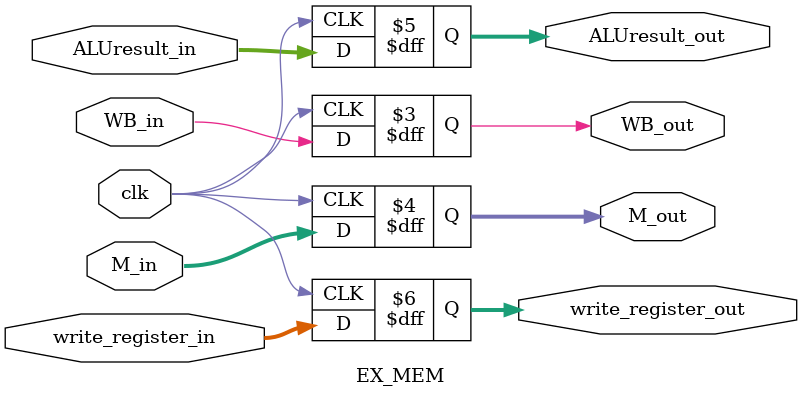
<source format=v>
module EX_MEM(
    input clk,
    input WB_in,
    input [1:0]M_in,
    input [31:0]ALUresult_in,
    input [4:0]write_register_in,

    output reg WB_out,
    output reg [1:0]M_out,
    output reg [31:0]ALUresult_out,
    output reg [4:0]write_register_out
);
initial begin
    WB_out = 0;
    M_out = 2'b0;
    ALUresult_out = 32'b0;
    write_register_out = 4'b0;
end

always @(posedge clk)begin
   WB_out = WB_in;
   M_out = M_in;
   ALUresult_out = ALUresult_in;
   write_register_out = write_register_in;
end

endmodule
</source>
